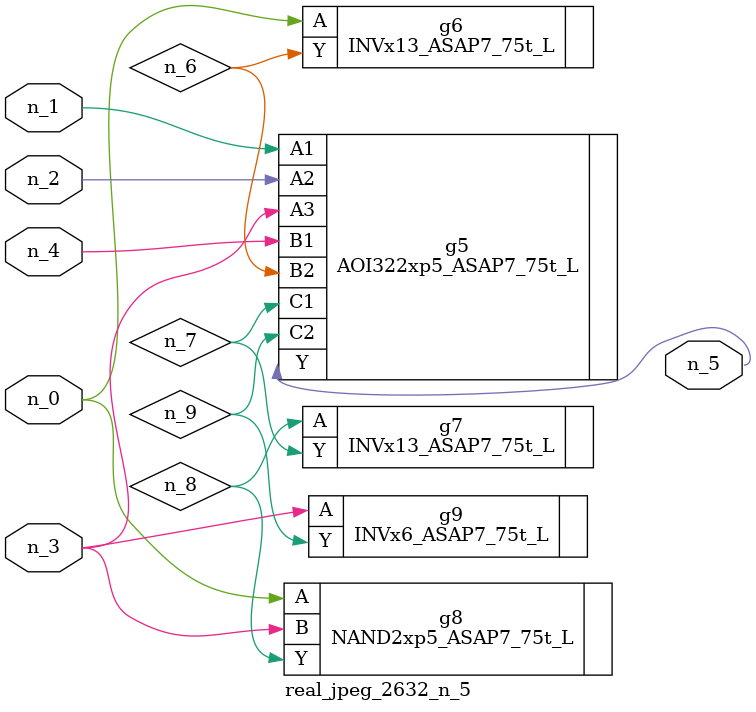
<source format=v>
module real_jpeg_2632_n_5 (n_4, n_0, n_1, n_2, n_3, n_5);

input n_4;
input n_0;
input n_1;
input n_2;
input n_3;

output n_5;

wire n_8;
wire n_6;
wire n_7;
wire n_9;

INVx13_ASAP7_75t_L g6 ( 
.A(n_0),
.Y(n_6)
);

NAND2xp5_ASAP7_75t_L g8 ( 
.A(n_0),
.B(n_3),
.Y(n_8)
);

AOI322xp5_ASAP7_75t_L g5 ( 
.A1(n_1),
.A2(n_2),
.A3(n_3),
.B1(n_4),
.B2(n_6),
.C1(n_7),
.C2(n_9),
.Y(n_5)
);

INVx6_ASAP7_75t_L g9 ( 
.A(n_3),
.Y(n_9)
);

INVx13_ASAP7_75t_L g7 ( 
.A(n_8),
.Y(n_7)
);


endmodule
</source>
